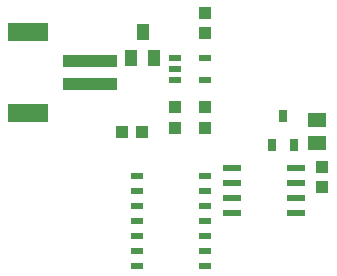
<source format=gbr>
G04 EAGLE Gerber RS-274X export*
G75*
%MOMM*%
%FSLAX34Y34*%
%LPD*%
%INSolderpaste Top*%
%IPPOS*%
%AMOC8*
5,1,8,0,0,1.08239X$1,22.5*%
G01*
%ADD10R,0.700000X1.000000*%
%ADD11R,1.550000X0.600000*%
%ADD12R,1.100000X1.000000*%
%ADD13R,1.000000X0.500000*%
%ADD14R,1.100000X0.600000*%
%ADD15R,1.000000X1.100000*%
%ADD16R,1.000000X1.400000*%
%ADD17R,4.600000X1.000000*%
%ADD18R,3.400000X1.600000*%
%ADD19R,1.500000X1.300000*%


D10*
X235000Y143000D03*
X225500Y119000D03*
X244500Y119000D03*
D11*
X192000Y99050D03*
X192000Y86350D03*
X192000Y73650D03*
X192000Y60950D03*
X246000Y60950D03*
X246000Y73650D03*
X246000Y86350D03*
X246000Y99050D03*
D12*
X268000Y100500D03*
X268000Y83500D03*
D13*
X111250Y54000D03*
X168750Y54000D03*
X111250Y79400D03*
X168750Y79400D03*
X111250Y66700D03*
X168750Y66700D03*
X111250Y92100D03*
X168750Y92100D03*
X111250Y28600D03*
X168750Y28600D03*
X111250Y15900D03*
X168750Y15900D03*
X111250Y41300D03*
X168750Y41300D03*
D14*
X143000Y192500D03*
X143000Y183000D03*
X143000Y173500D03*
X169000Y173500D03*
X169000Y192500D03*
D15*
X143000Y150500D03*
X143000Y133500D03*
X169000Y150500D03*
X169000Y133500D03*
X169000Y213500D03*
X169000Y230500D03*
D16*
X116000Y214000D03*
X125500Y192000D03*
X106500Y192000D03*
D17*
X71000Y170000D03*
X71000Y190000D03*
D18*
X19000Y146000D03*
X19000Y214000D03*
D12*
X115500Y130000D03*
X98500Y130000D03*
D19*
X264000Y139500D03*
X264000Y120500D03*
M02*

</source>
